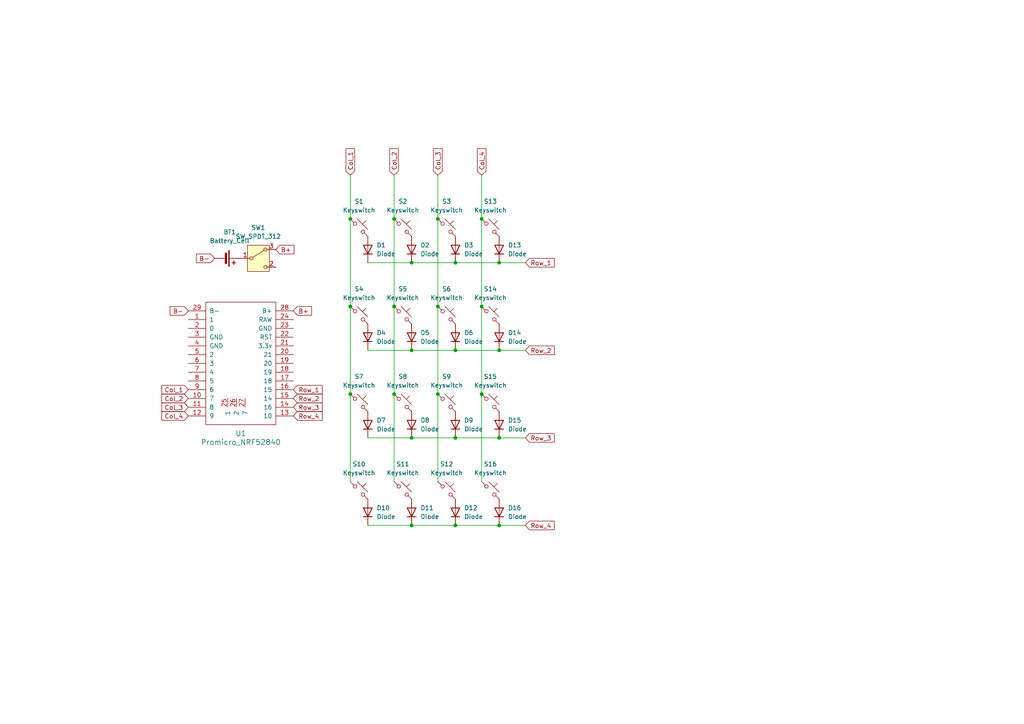
<source format=kicad_sch>
(kicad_sch (version 20250114) (generator "eeschema") (generator_version "9.0")
  (paper "A4")
  (lib_symbols
    (symbol "Device:Battery_Cell" (pin_numbers (hide yes)) (pin_names (offset 0) (hide yes))
      (property "Reference" "BT" (at 2.54 2.54 0))
      (property "Value" "Battery_Cell" (at 2.54 0 0))
      (symbol "Battery_Cell_0_1"
        (rectangle (start -2.286 1.778) (end 2.286 1.524) (fill (type outline)))
        (rectangle (start -1.524 1.016) (end 1.524 0.508) (fill (type outline)))
        (polyline (pts (xy 0 1.778) (xy 0 2.54)))
        (polyline (pts (xy 0 0.762) (xy 0 0)))
        (polyline (pts (xy 0.762 3.048) (xy 1.778 3.048)) (stroke (width 0.254)))
        (polyline (pts (xy 1.27 3.556) (xy 1.27 2.54)) (stroke (width 0.254)))
      )
      (symbol "Battery_Cell_1_1"
        (pin passive line (at 0 5.08 270) (length 2.54) (name "+") (number "1"))
        (pin passive line (at 0 -2.54 90) (length 2.54) (name "-") (number "2"))
      )
    )
    (symbol "MCU_promicro_nrf52840_1" (pin_names (offset 1.016))
      (property "Reference" "U" (at 0 0 0))
      (property "Value" "Promicro_NRF52840" (at 0 -20.32 0))
      (symbol "MCU_promicro_nrf52840_1_0_1"
        (rectangle (start -10.16 17.78) (end 10.16 -17.78))
      )
      (symbol "MCU_promicro_nrf52840_1_1_1"
        (pin input line (at -15.24 15.24 0) (length 5.08) (name "B-") (number "29"))
        (pin input line (at -15.24 12.7 0) (length 5.08) (name "1") (number "1"))
        (pin input line (at -15.24 10.16 0) (length 5.08) (name "0") (number "2"))
        (pin input line (at -15.24 7.62 0) (length 5.08) (name "GND") (number "3"))
        (pin input line (at -15.24 5.08 0) (length 5.08) (name "GND") (number "4"))
        (pin input line (at -15.24 2.54 0) (length 5.08) (name "2") (number "5"))
        (pin input line (at -15.24 0 0) (length 5.08) (name "3") (number "6"))
        (pin input line (at -15.24 -2.54 0) (length 5.08) (name "4") (number "7"))
        (pin input line (at -15.24 -5.08 0) (length 5.08) (name "5") (number "8"))
        (pin input line (at -15.24 -7.62 0) (length 5.08) (name "6") (number "9"))
        (pin input line (at -15.24 -10.16 0) (length 5.08) (name "7") (number "10"))
        (pin input line (at -15.24 -12.7 0) (length 5.08) (name "8") (number "11"))
        (pin input line (at -15.24 -15.24 0) (length 5.08) (name "9") (number "12"))
        (pin input line (at -3.81 -10.16 270) (length 2.5) (name "1") (number "25"))
        (pin input line (at -1.27 -10.16 270) (length 2.5) (name "2") (number "26"))
        (pin input line (at 1.27 -10.16 270) (length 2.5) (name "7") (number "27"))
        (pin input line (at 15.24 15.24 180) (length 5.08) (name "B+") (number "28"))
        (pin input line (at 15.24 12.7 180) (length 5.08) (name "RAW") (number "24"))
        (pin input line (at 15.24 10.16 180) (length 5.08) (name "GND") (number "23"))
        (pin input line (at 15.24 7.62 180) (length 5.08) (name "RST") (number "22"))
        (pin input line (at 15.24 5.08 180) (length 5.08) (name "3.3v") (number "21"))
        (pin input line (at 15.24 2.54 180) (length 5.08) (name "21") (number "20"))
        (pin input line (at 15.24 0 180) (length 5.08) (name "20") (number "19"))
        (pin input line (at 15.24 -2.54 180) (length 5.08) (name "19") (number "18"))
        (pin input line (at 15.24 -5.08 180) (length 5.08) (name "18") (number "17"))
        (pin input line (at 15.24 -7.62 180) (length 5.08) (name "15") (number "16"))
        (pin input line (at 15.24 -10.16 180) (length 5.08) (name "14") (number "15"))
        (pin input line (at 15.24 -12.7 180) (length 5.08) (name "16") (number "14"))
        (pin input line (at 15.24 -15.24 180) (length 5.08) (name "10") (number "13"))
      )
    )
    (symbol "ScottoKeebs:Placeholder_Diode" (pin_numbers (hide yes)) (pin_names (hide yes))
      (property "Reference" "D" (at 0 2.54 0))
      (property "Value" "Diode" (at 0 -2.54 0))
      (symbol "Placeholder_Diode_0_1"
        (polyline (pts (xy -1.27 1.27) (xy -1.27 -1.27)) (stroke (width 0.254)))
        (polyline (pts (xy 1.27 1.27) (xy 1.27 -1.27) (xy -1.27 0) (xy 1.27 1.27)) (stroke (width 0.254)))
        (polyline (pts (xy 1.27 0) (xy -1.27 0)))
      )
      (symbol "Placeholder_Diode_1_1"
        (pin passive line (at -3.81 0 0) (length 2.54) (name "K") (number "1"))
        (pin passive line (at 3.81 0 180) (length 2.54) (name "A") (number "2"))
      )
    )
    (symbol "ScottoKeebs:Placeholder_Keyswitch" (pin_numbers (hide yes)) (pin_names (offset 1.016) (hide yes))
      (property "Reference" "S" (at 3.048 1.016 0))
      (property "Value" "Keyswitch" (at 0 -3.81 0))
      (symbol "Placeholder_Keyswitch_0_1"
        (polyline (pts (xy -2.54 2.54) (xy -1.524 1.524) (xy -1.524 1.524)))
        (circle (center -1.1684 1.1684) (radius 0.508))
        (polyline (pts (xy -0.508 2.54) (xy 2.54 -0.508)))
        (polyline (pts (xy 1.016 1.016) (xy 2.032 2.032)))
        (circle (center 1.143 -1.1938) (radius 0.508))
        (polyline (pts (xy 1.524 -1.524) (xy 2.54 -2.54) (xy 2.54 -2.54) (xy 2.54 -2.54)))
        (pin passive line (at -2.54 2.54 0) (length 0) (name "1") (number "1"))
        (pin passive line (at 2.54 -2.54 180) (length 0) (name "2") (number "2"))
      )
    )
    (symbol "Switch:SW_SPDT_312" (pin_names (offset 1) (hide yes))
      (property "Reference" "SW" (at 0 5.08 0))
      (property "Value" "SW_SPDT_312" (at 0 -5.08 0))
      (symbol "SW_SPDT_312_0_1"
        (circle (center -2.032 0) (radius 0.4572))
        (polyline (pts (xy -1.651 0.254) (xy 1.651 2.286)))
        (circle (center 2.032 2.54) (radius 0.4572))
        (circle (center 2.032 -2.54) (radius 0.4572))
      )
      (symbol "SW_SPDT_312_1_1"
        (rectangle (start -3.175 3.81) (end 3.175 -3.81) (fill (type background)))
        (pin passive line (at -5.08 0 0) (length 2.54) (name "B") (number "1"))
        (pin passive line (at 5.08 2.54 180) (length 2.54) (name "A") (number "3"))
        (pin passive line (at 5.08 -2.54 180) (length 2.54) (name "C") (number "2"))
      )
    )
  )
  (junction (at 119.38 127))
  (junction (at 144.78 152.4))
  (junction (at 114.3 63.5))
  (junction (at 132.08 76.2))
  (junction (at 114.3 114.3))
  (junction (at 114.3 88.9))
  (junction (at 132.08 101.6))
  (junction (at 144.78 127))
  (junction (at 144.78 101.6))
  (junction (at 119.38 101.6))
  (junction (at 101.6 114.3))
  (junction (at 139.7 63.5))
  (junction (at 139.7 114.3))
  (junction (at 132.08 127))
  (junction (at 132.08 152.4))
  (junction (at 101.6 63.5))
  (junction (at 127 114.3))
  (junction (at 119.38 152.4))
  (junction (at 101.6 88.9))
  (junction (at 119.38 76.2))
  (junction (at 127 88.9))
  (junction (at 139.7 88.9))
  (junction (at 144.78 76.2))
  (junction (at 127 63.5))
  (wire (pts (xy 114.3 50.8) (xy 114.3 63.5)))
  (wire (pts (xy 101.6 63.5) (xy 101.6 88.9)))
  (wire (pts (xy 114.3 88.9) (xy 114.3 114.3)))
  (wire (pts (xy 127 63.5) (xy 127 88.9)))
  (wire (pts (xy 114.3 114.3) (xy 114.3 139.7)))
  (wire (pts (xy 139.7 50.8) (xy 139.7 63.5)))
  (wire (pts (xy 106.68 152.4) (xy 119.38 152.4)))
  (wire (pts (xy 119.38 127) (xy 132.08 127)))
  (wire (pts (xy 106.68 101.6) (xy 119.38 101.6)))
  (wire (pts (xy 144.78 152.4) (xy 152.4 152.4)))
  (wire (pts (xy 127 50.8) (xy 127 63.5)))
  (wire (pts (xy 119.38 101.6) (xy 132.08 101.6)))
  (wire (pts (xy 144.78 101.6) (xy 152.4 101.6)))
  (wire (pts (xy 139.7 114.3) (xy 139.7 139.7)))
  (wire (pts (xy 114.3 63.5) (xy 114.3 88.9)))
  (wire (pts (xy 101.6 88.9) (xy 101.6 114.3)))
  (wire (pts (xy 127 88.9) (xy 127 114.3)))
  (wire (pts (xy 144.78 76.2) (xy 152.4 76.2)))
  (wire (pts (xy 132.08 152.4) (xy 144.78 152.4)))
  (wire (pts (xy 139.7 88.9) (xy 139.7 114.3)))
  (wire (pts (xy 127 114.3) (xy 127 139.7)))
  (wire (pts (xy 101.6 114.3) (xy 101.6 139.7)))
  (wire (pts (xy 106.68 76.2) (xy 119.38 76.2)))
  (wire (pts (xy 132.08 76.2) (xy 144.78 76.2)))
  (wire (pts (xy 139.7 63.5) (xy 139.7 88.9)))
  (wire (pts (xy 101.6 50.8) (xy 101.6 63.5)))
  (wire (pts (xy 106.68 127) (xy 119.38 127)))
  (wire (pts (xy 132.08 101.6) (xy 144.78 101.6)))
  (wire (pts (xy 119.38 152.4) (xy 132.08 152.4)))
  (wire (pts (xy 119.38 76.2) (xy 132.08 76.2)))
  (wire (pts (xy 144.78 127) (xy 152.4 127)))
  (wire (pts (xy 132.08 127) (xy 144.78 127)))
  (global_label "Row_2" (shape input) (at 152.4 101.6 0) (property "Intersheetrefs" "${INTERSHEET_REFS}" (effects (hide yes))))
  (global_label "Row_1" (shape input) (at 152.4 76.2 0) (property "Intersheetrefs" "${INTERSHEET_REFS}" (effects (hide yes))))
  (global_label "Col_2" (shape input) (at 54.61 115.57 180) (property "Intersheetrefs" "${INTERSHEET_REFS}" (effects (hide yes))))
  (global_label "B+" (shape input) (at 80.01 72.39 0) (property "Intersheetrefs" "${INTERSHEET_REFS}" (effects (hide yes))))
  (global_label "B-" (shape input) (at 54.61 90.17 180) (property "Intersheetrefs" "${INTERSHEET_REFS}" (effects (hide yes))))
  (global_label "B+" (shape input) (at 85.09 90.17 0) (property "Intersheetrefs" "${INTERSHEET_REFS}" (effects (hide yes))))
  (global_label "Row_4" (shape input) (at 85.09 120.65 0) (property "Intersheetrefs" "${INTERSHEET_REFS}" (effects (hide yes))))
  (global_label "Col_1" (shape input) (at 101.6 50.8 90) (property "Intersheetrefs" "${INTERSHEET_REFS}" (effects (hide yes))))
  (global_label "Col_4" (shape input) (at 139.7 50.8 90) (property "Intersheetrefs" "${INTERSHEET_REFS}" (effects (hide yes))))
  (global_label "Row_3" (shape input) (at 85.09 118.11 0) (property "Intersheetrefs" "${INTERSHEET_REFS}" (effects (hide yes))))
  (global_label "Row_4" (shape input) (at 152.4 152.4 0) (property "Intersheetrefs" "${INTERSHEET_REFS}" (effects (hide yes))))
  (global_label "Col_4" (shape input) (at 54.61 120.65 180) (property "Intersheetrefs" "${INTERSHEET_REFS}" (effects (hide yes))))
  (global_label "Row_3" (shape input) (at 152.4 127 0) (property "Intersheetrefs" "${INTERSHEET_REFS}" (effects (hide yes))))
  (global_label "Col_1" (shape input) (at 54.61 113.03 180) (property "Intersheetrefs" "${INTERSHEET_REFS}" (effects (hide yes))))
  (global_label "Col_3" (shape input) (at 127 50.8 90) (property "Intersheetrefs" "${INTERSHEET_REFS}" (effects (hide yes))))
  (global_label "Col_3" (shape input) (at 54.61 118.11 180) (property "Intersheetrefs" "${INTERSHEET_REFS}" (effects (hide yes))))
  (global_label "Col_2" (shape input) (at 114.3 50.8 90) (property "Intersheetrefs" "${INTERSHEET_REFS}" (effects (hide yes))))
  (global_label "Row_1" (shape input) (at 85.09 113.03 0) (property "Intersheetrefs" "${INTERSHEET_REFS}" (effects (hide yes))))
  (global_label "Row_2" (shape input) (at 85.09 115.57 0) (property "Intersheetrefs" "${INTERSHEET_REFS}" (effects (hide yes))))
  (global_label "B-" (shape input) (at 62.23 74.93 180) (property "Intersheetrefs" "${INTERSHEET_REFS}" (effects (hide yes))))
  (symbol (lib_id "ScottoKeebs:Placeholder_Keyswitch") (at 142.24 142.24 0) (unit 1)
    (property "Reference" "S16" (at 142.24 134.62 0))
    (property "Value" "Keyswitch" (at 142.24 137.16 0))
    (property "Footprint" "ScottoKeebs_Scotto:MX_Hotswap_1.00u" (effects (hide yes)))
    (property "Description" "Push button switch, normally open, two pins, 45° tilted" (effects (hide yes)))
  )
  (symbol (lib_id "ScottoKeebs:Placeholder_Diode") (at 119.38 72.39 90) (unit 1)
    (property "Reference" "D2" (at 121.92 71.1199 90) (effects (justify right)))
    (property "Value" "Diode" (at 121.92 73.6599 90) (effects (justify right)))
    (property "Footprint" "ScottoKeebs_Components:Diode_SOD-123" (effects (hide yes)))
    (property "Description" "1N4148 (DO-35) or 1N4148W (SOD-123)" (effects (hide yes)))
    (property "Sim.Device" "D" (effects (hide yes)))
    (property "Sim.Pins" "1=K 2=A" (effects (hide yes)))
  )
  (symbol (lib_id "ScottoKeebs:Placeholder_Keyswitch") (at 104.14 66.04 0) (unit 1)
    (property "Reference" "S1" (at 104.14 58.42 0))
    (property "Value" "Keyswitch" (at 104.14 60.96 0))
    (property "Footprint" "ScottoKeebs_Scotto:MX_Hotswap_1.00u" (effects (hide yes)))
    (property "Description" "Push button switch, normally open, two pins, 45° tilted" (effects (hide yes)))
  )
  (symbol (lib_id "ScottoKeebs:Placeholder_Diode") (at 144.78 72.39 90) (unit 1)
    (property "Reference" "D13" (at 147.32 71.1199 90) (effects (justify right)))
    (property "Value" "Diode" (at 147.32 73.6599 90) (effects (justify right)))
    (property "Footprint" "ScottoKeebs_Components:Diode_SOD-123" (effects (hide yes)))
    (property "Description" "1N4148 (DO-35) or 1N4148W (SOD-123)" (effects (hide yes)))
    (property "Sim.Device" "D" (effects (hide yes)))
    (property "Sim.Pins" "1=K 2=A" (effects (hide yes)))
  )
  (symbol (lib_id "ScottoKeebs:Placeholder_Diode") (at 132.08 72.39 90) (unit 1)
    (property "Reference" "D3" (at 134.62 71.1199 90) (effects (justify right)))
    (property "Value" "Diode" (at 134.62 73.6599 90) (effects (justify right)))
    (property "Footprint" "ScottoKeebs_Components:Diode_SOD-123" (effects (hide yes)))
    (property "Description" "1N4148 (DO-35) or 1N4148W (SOD-123)" (effects (hide yes)))
    (property "Sim.Device" "D" (effects (hide yes)))
    (property "Sim.Pins" "1=K 2=A" (effects (hide yes)))
  )
  (symbol (lib_id "Device:Battery_Cell") (at 64.77 74.93 270) (unit 1)
    (property "Reference" "BT1" (at 66.6115 67.31 90))
    (property "Value" "Battery_Cell" (at 66.6115 69.85 90))
    (property "Footprint" "lander03xD:SbM-9202_14250_battery_holder" (effects (hide yes)))
    (property "Description" "Single-cell battery" (effects (hide yes)))
  )
  (symbol (lib_id "ScottoKeebs:Placeholder_Diode") (at 144.78 97.79 90) (unit 1)
    (property "Reference" "D14" (at 147.32 96.5199 90) (effects (justify right)))
    (property "Value" "Diode" (at 147.32 99.0599 90) (effects (justify right)))
    (property "Footprint" "ScottoKeebs_Components:Diode_SOD-123" (effects (hide yes)))
    (property "Description" "1N4148 (DO-35) or 1N4148W (SOD-123)" (effects (hide yes)))
    (property "Sim.Device" "D" (effects (hide yes)))
    (property "Sim.Pins" "1=K 2=A" (effects (hide yes)))
  )
  (symbol (lib_id "ScottoKeebs:Placeholder_Keyswitch") (at 104.14 116.84 0) (unit 1)
    (property "Reference" "S7" (at 104.14 109.22 0))
    (property "Value" "Keyswitch" (at 104.14 111.76 0))
    (property "Footprint" "ScottoKeebs_Scotto:MX_Hotswap_1.00u" (effects (hide yes)))
    (property "Description" "Push button switch, normally open, two pins, 45° tilted" (effects (hide yes)))
  )
  (symbol (lib_id "ScottoKeebs:Placeholder_Diode") (at 119.38 123.19 90) (unit 1)
    (property "Reference" "D8" (at 121.92 121.9199 90) (effects (justify right)))
    (property "Value" "Diode" (at 121.92 124.4599 90) (effects (justify right)))
    (property "Footprint" "ScottoKeebs_Components:Diode_SOD-123" (effects (hide yes)))
    (property "Description" "1N4148 (DO-35) or 1N4148W (SOD-123)" (effects (hide yes)))
    (property "Sim.Device" "D" (effects (hide yes)))
    (property "Sim.Pins" "1=K 2=A" (effects (hide yes)))
  )
  (symbol (lib_id "ScottoKeebs:Placeholder_Keyswitch") (at 129.54 91.44 0) (unit 1)
    (property "Reference" "S6" (at 129.54 83.82 0))
    (property "Value" "Keyswitch" (at 129.54 86.36 0))
    (property "Footprint" "ScottoKeebs_Scotto:MX_Hotswap_1.00u" (effects (hide yes)))
    (property "Description" "Push button switch, normally open, two pins, 45° tilted" (effects (hide yes)))
  )
  (symbol (lib_id "ScottoKeebs:Placeholder_Diode") (at 119.38 148.59 90) (unit 1)
    (property "Reference" "D11" (at 121.92 147.3199 90) (effects (justify right)))
    (property "Value" "Diode" (at 121.92 149.8599 90) (effects (justify right)))
    (property "Footprint" "ScottoKeebs_Components:Diode_SOD-123" (effects (hide yes)))
    (property "Description" "1N4148 (DO-35) or 1N4148W (SOD-123)" (effects (hide yes)))
    (property "Sim.Device" "D" (effects (hide yes)))
    (property "Sim.Pins" "1=K 2=A" (effects (hide yes)))
  )
  (symbol (lib_id "ScottoKeebs:Placeholder_Keyswitch") (at 116.84 66.04 0) (unit 1)
    (property "Reference" "S2" (at 116.84 58.42 0))
    (property "Value" "Keyswitch" (at 116.84 60.96 0))
    (property "Footprint" "ScottoKeebs_Scotto:MX_Hotswap_1.00u" (effects (hide yes)))
    (property "Description" "Push button switch, normally open, two pins, 45° tilted" (effects (hide yes)))
  )
  (symbol (lib_id "ScottoKeebs:Placeholder_Keyswitch") (at 129.54 66.04 0) (unit 1)
    (property "Reference" "S3" (at 129.54 58.42 0))
    (property "Value" "Keyswitch" (at 129.54 60.96 0))
    (property "Footprint" "ScottoKeebs_Scotto:MX_Hotswap_1.00u" (effects (hide yes)))
    (property "Description" "Push button switch, normally open, two pins, 45° tilted" (effects (hide yes)))
  )
  (symbol (lib_id "ScottoKeebs:Placeholder_Diode") (at 132.08 123.19 90) (unit 1)
    (property "Reference" "D9" (at 134.62 121.9199 90) (effects (justify right)))
    (property "Value" "Diode" (at 134.62 124.4599 90) (effects (justify right)))
    (property "Footprint" "ScottoKeebs_Components:Diode_SOD-123" (effects (hide yes)))
    (property "Description" "1N4148 (DO-35) or 1N4148W (SOD-123)" (effects (hide yes)))
    (property "Sim.Device" "D" (effects (hide yes)))
    (property "Sim.Pins" "1=K 2=A" (effects (hide yes)))
  )
  (symbol (lib_id "ScottoKeebs:Placeholder_Diode") (at 144.78 148.59 90) (unit 1)
    (property "Reference" "D16" (at 147.32 147.3199 90) (effects (justify right)))
    (property "Value" "Diode" (at 147.32 149.8599 90) (effects (justify right)))
    (property "Footprint" "ScottoKeebs_Components:Diode_SOD-123" (effects (hide yes)))
    (property "Description" "1N4148 (DO-35) or 1N4148W (SOD-123)" (effects (hide yes)))
    (property "Sim.Device" "D" (effects (hide yes)))
    (property "Sim.Pins" "1=K 2=A" (effects (hide yes)))
  )
  (symbol (lib_id "ScottoKeebs:Placeholder_Keyswitch") (at 142.24 66.04 0) (unit 1)
    (property "Reference" "S13" (at 142.24 58.42 0))
    (property "Value" "Keyswitch" (at 142.24 60.96 0))
    (property "Footprint" "ScottoKeebs_Scotto:MX_Hotswap_1.00u" (effects (hide yes)))
    (property "Description" "Push button switch, normally open, two pins, 45° tilted" (effects (hide yes)))
  )
  (symbol (lib_id "ScottoKeebs:Placeholder_Keyswitch") (at 104.14 91.44 0) (unit 1)
    (property "Reference" "S4" (at 104.14 83.82 0))
    (property "Value" "Keyswitch" (at 104.14 86.36 0))
    (property "Footprint" "ScottoKeebs_Scotto:MX_Hotswap_1.00u" (effects (hide yes)))
    (property "Description" "Push button switch, normally open, two pins, 45° tilted" (effects (hide yes)))
  )
  (symbol (lib_id "ScottoKeebs:Placeholder_Keyswitch") (at 116.84 116.84 0) (unit 1)
    (property "Reference" "S8" (at 116.84 109.22 0))
    (property "Value" "Keyswitch" (at 116.84 111.76 0))
    (property "Footprint" "ScottoKeebs_Scotto:MX_Hotswap_1.00u" (effects (hide yes)))
    (property "Description" "Push button switch, normally open, two pins, 45° tilted" (effects (hide yes)))
  )
  (symbol (lib_id "ScottoKeebs:Placeholder_Keyswitch") (at 104.14 142.24 0) (unit 1)
    (property "Reference" "S10" (at 104.14 134.62 0))
    (property "Value" "Keyswitch" (at 104.14 137.16 0))
    (property "Footprint" "ScottoKeebs_Scotto:MX_Hotswap_1.00u" (effects (hide yes)))
    (property "Description" "Push button switch, normally open, two pins, 45° tilted" (effects (hide yes)))
  )
  (symbol (lib_id "ScottoKeebs:Placeholder_Diode") (at 119.38 97.79 90) (unit 1)
    (property "Reference" "D5" (at 121.92 96.5199 90) (effects (justify right)))
    (property "Value" "Diode" (at 121.92 99.0599 90) (effects (justify right)))
    (property "Footprint" "ScottoKeebs_Components:Diode_SOD-123" (effects (hide yes)))
    (property "Description" "1N4148 (DO-35) or 1N4148W (SOD-123)" (effects (hide yes)))
    (property "Sim.Device" "D" (effects (hide yes)))
    (property "Sim.Pins" "1=K 2=A" (effects (hide yes)))
  )
  (symbol (lib_id "ScottoKeebs:Placeholder_Diode") (at 106.68 123.19 90) (unit 1)
    (property "Reference" "D7" (at 109.22 121.9199 90) (effects (justify right)))
    (property "Value" "Diode" (at 109.22 124.4599 90) (effects (justify right)))
    (property "Footprint" "ScottoKeebs_Components:Diode_SOD-123" (effects (hide yes)))
    (property "Description" "1N4148 (DO-35) or 1N4148W (SOD-123)" (effects (hide yes)))
    (property "Sim.Device" "D" (effects (hide yes)))
    (property "Sim.Pins" "1=K 2=A" (effects (hide yes)))
  )
  (symbol (lib_id "ScottoKeebs:Placeholder_Diode") (at 132.08 148.59 90) (unit 1)
    (property "Reference" "D12" (at 134.62 147.3199 90) (effects (justify right)))
    (property "Value" "Diode" (at 134.62 149.8599 90) (effects (justify right)))
    (property "Footprint" "ScottoKeebs_Components:Diode_SOD-123" (effects (hide yes)))
    (property "Description" "1N4148 (DO-35) or 1N4148W (SOD-123)" (effects (hide yes)))
    (property "Sim.Device" "D" (effects (hide yes)))
    (property "Sim.Pins" "1=K 2=A" (effects (hide yes)))
  )
  (symbol (lib_id "ScottoKeebs:Placeholder_Diode") (at 106.68 72.39 90) (unit 1)
    (property "Reference" "D1" (at 109.22 71.1199 90) (effects (justify right)))
    (property "Value" "Diode" (at 109.22 73.6599 90) (effects (justify right)))
    (property "Footprint" "ScottoKeebs_Components:Diode_SOD-123" (effects (hide yes)))
    (property "Description" "1N4148 (DO-35) or 1N4148W (SOD-123)" (effects (hide yes)))
    (property "Sim.Device" "D" (effects (hide yes)))
    (property "Sim.Pins" "1=K 2=A" (effects (hide yes)))
  )
  (symbol (lib_id "ScottoKeebs:Placeholder_Keyswitch") (at 116.84 91.44 0) (unit 1)
    (property "Reference" "S5" (at 116.84 83.82 0))
    (property "Value" "Keyswitch" (at 116.84 86.36 0))
    (property "Footprint" "ScottoKeebs_Scotto:MX_Hotswap_1.00u" (effects (hide yes)))
    (property "Description" "Push button switch, normally open, two pins, 45° tilted" (effects (hide yes)))
  )
  (symbol (lib_id "ScottoKeebs:Placeholder_Keyswitch") (at 142.24 116.84 0) (unit 1)
    (property "Reference" "S15" (at 142.24 109.22 0))
    (property "Value" "Keyswitch" (at 142.24 111.76 0))
    (property "Footprint" "ScottoKeebs_Scotto:MX_Hotswap_1.00u" (effects (hide yes)))
    (property "Description" "Push button switch, normally open, two pins, 45° tilted" (effects (hide yes)))
  )
  (symbol (lib_id "ScottoKeebs:Placeholder_Diode") (at 132.08 97.79 90) (unit 1)
    (property "Reference" "D6" (at 134.62 96.5199 90) (effects (justify right)))
    (property "Value" "Diode" (at 134.62 99.0599 90) (effects (justify right)))
    (property "Footprint" "ScottoKeebs_Components:Diode_SOD-123" (effects (hide yes)))
    (property "Description" "1N4148 (DO-35) or 1N4148W (SOD-123)" (effects (hide yes)))
    (property "Sim.Device" "D" (effects (hide yes)))
    (property "Sim.Pins" "1=K 2=A" (effects (hide yes)))
  )
  (symbol (lib_id "ScottoKeebs:Placeholder_Keyswitch") (at 129.54 142.24 0) (unit 1)
    (property "Reference" "S12" (at 129.54 134.62 0))
    (property "Value" "Keyswitch" (at 129.54 137.16 0))
    (property "Footprint" "ScottoKeebs_Scotto:MX_Hotswap_1.00u" (effects (hide yes)))
    (property "Description" "Push button switch, normally open, two pins, 45° tilted" (effects (hide yes)))
  )
  (symbol (lib_id "ScottoKeebs:Placeholder_Diode") (at 106.68 97.79 90) (unit 1)
    (property "Reference" "D4" (at 109.22 96.5199 90) (effects (justify right)))
    (property "Value" "Diode" (at 109.22 99.0599 90) (effects (justify right)))
    (property "Footprint" "ScottoKeebs_Components:Diode_SOD-123" (effects (hide yes)))
    (property "Description" "1N4148 (DO-35) or 1N4148W (SOD-123)" (effects (hide yes)))
    (property "Sim.Device" "D" (effects (hide yes)))
    (property "Sim.Pins" "1=K 2=A" (effects (hide yes)))
  )
  (symbol (lib_id "ScottoKeebs:Placeholder_Keyswitch") (at 142.24 91.44 0) (unit 1)
    (property "Reference" "S14" (at 142.24 83.82 0))
    (property "Value" "Keyswitch" (at 142.24 86.36 0))
    (property "Footprint" "ScottoKeebs_Scotto:MX_Hotswap_1.00u" (effects (hide yes)))
    (property "Description" "Push button switch, normally open, two pins, 45° tilted" (effects (hide yes)))
  )
  (symbol (lib_id "ScottoKeebs:Placeholder_Keyswitch") (at 129.54 116.84 0) (unit 1)
    (property "Reference" "S9" (at 129.54 109.22 0))
    (property "Value" "Keyswitch" (at 129.54 111.76 0))
    (property "Footprint" "ScottoKeebs_Scotto:MX_Hotswap_1.00u" (effects (hide yes)))
    (property "Description" "Push button switch, normally open, two pins, 45° tilted" (effects (hide yes)))
  )
  (symbol (lib_id "Switch:SW_SPDT_312") (at 74.93 74.93 0) (unit 1)
    (property "Reference" "SW1" (at 74.93 66.04 0))
    (property "Value" "SW_SPDT_312" (at 74.93 68.58 0))
    (property "Footprint" "lander03xD:SW_Vertical_Slide_5mm" (effects (hide yes)))
    (property "Description" "Switch, single pole double throw" (effects (hide yes)))
  )
  (symbol (lib_name "MCU_promicro_nrf52840_1") (lib_id "Lander03xD:MCU_promicro_nrf52840") (at 69.85 105.41 0) (unit 1)
    (property "Reference" "U1" (at 69.85 125.73 0) (effects (font (size 1.524 1.524))))
    (property "Value" "Promicro_NRF52840" (at 69.85 128.27 0) (effects (font (size 1.524 1.524))))
    (property "Footprint" "lander03xD:Promicro_nrf52840" (effects (hide yes)))
  )
  (symbol (lib_id "ScottoKeebs:Placeholder_Diode") (at 144.78 123.19 90) (unit 1)
    (property "Reference" "D15" (at 147.32 121.9199 90) (effects (justify right)))
    (property "Value" "Diode" (at 147.32 124.4599 90) (effects (justify right)))
    (property "Footprint" "ScottoKeebs_Components:Diode_SOD-123" (effects (hide yes)))
    (property "Description" "1N4148 (DO-35) or 1N4148W (SOD-123)" (effects (hide yes)))
    (property "Sim.Device" "D" (effects (hide yes)))
    (property "Sim.Pins" "1=K 2=A" (effects (hide yes)))
  )
  (symbol (lib_id "ScottoKeebs:Placeholder_Keyswitch") (at 116.84 142.24 0) (unit 1)
    (property "Reference" "S11" (at 116.84 134.62 0))
    (property "Value" "Keyswitch" (at 116.84 137.16 0))
    (property "Footprint" "ScottoKeebs_Scotto:MX_Hotswap_1.00u" (effects (hide yes)))
    (property "Description" "Push button switch, normally open, two pins, 45° tilted" (effects (hide yes)))
  )
  (symbol (lib_id "ScottoKeebs:Placeholder_Diode") (at 106.68 148.59 90) (unit 1)
    (property "Reference" "D10" (at 109.22 147.3199 90) (effects (justify right)))
    (property "Value" "Diode" (at 109.22 149.8599 90) (effects (justify right)))
    (property "Footprint" "ScottoKeebs_Components:Diode_SOD-123" (effects (hide yes)))
    (property "Description" "1N4148 (DO-35) or 1N4148W (SOD-123)" (effects (hide yes)))
    (property "Sim.Device" "D" (effects (hide yes)))
    (property "Sim.Pins" "1=K 2=A" (effects (hide yes)))
  )
)
</source>
